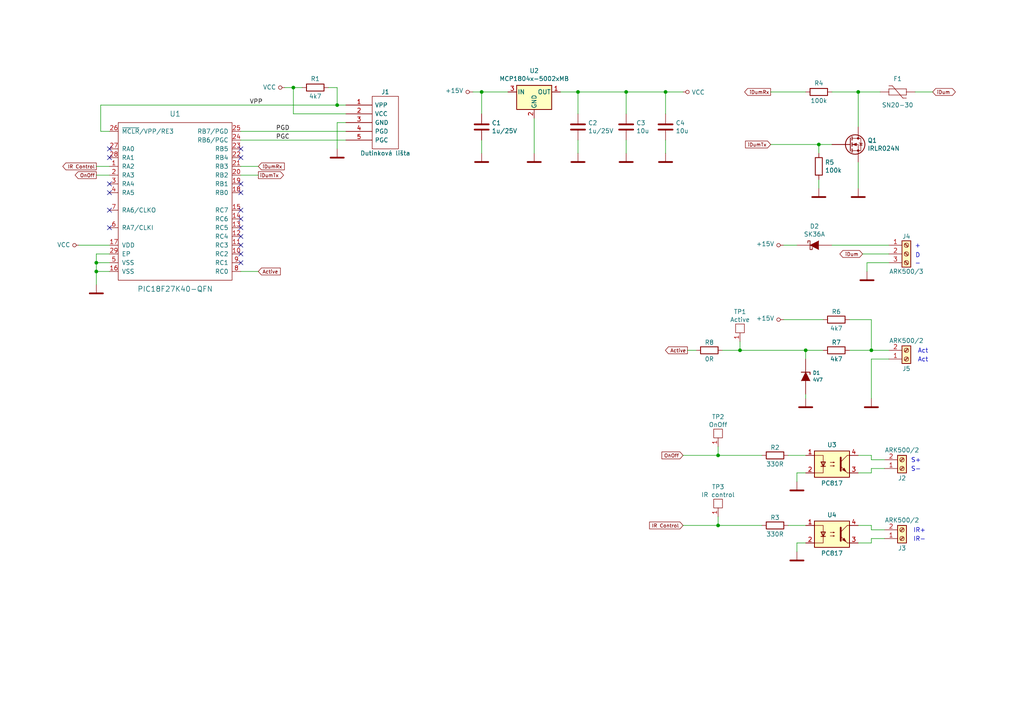
<source format=kicad_sch>
(kicad_sch (version 20250114) (generator "eeschema") (generator_version "9.0")
  (paper "A4")
  (title_block (title "Samsung AC IR - iDum interface") (date "2025-11-19") (rev "1"))
  (lib_symbols
    (symbol "Device:C" (pin_numbers (hide yes)) (pin_names (offset 0.254))
      (property "Reference" "C" (at 0.635 2.54 0))
      (property "Value" "C" (at 0.635 -2.54 0))
      (symbol "C_0_1"
        (polyline (pts (xy -2.032 0.762) (xy 2.032 0.762)) (stroke (width 0.508)))
        (polyline (pts (xy -2.032 -0.762) (xy 2.032 -0.762)) (stroke (width 0.508)))
      )
      (symbol "C_1_1"
        (pin passive line (at 0 3.81 270) (length 2.794) (name "~") (number "1"))
        (pin passive line (at 0 -3.81 90) (length 2.794) (name "~") (number "2"))
      )
    )
    (symbol "Device:R" (pin_numbers (hide yes)) (pin_names (offset 0))
      (property "Reference" "R" (at 2.032 0 90))
      (property "Value" "R" (at 0 0 90))
      (symbol "R_0_1"
        (rectangle (start -1.016 -2.54) (end 1.016 2.54) (stroke (width 0.254)))
      )
      (symbol "R_1_1"
        (pin passive line (at 0 3.81 270) (length 1.27) (name "~") (number "1"))
        (pin passive line (at 0 -3.81 90) (length 1.27) (name "~") (number "2"))
      )
    )
    (symbol "Diode_discrete:DIODESCH" (pin_numbers (hide yes)) (pin_names (offset 1.016) (hide yes))
      (property "Reference" "D" (at 0 2.54 0))
      (property "Value" "DIODESCH" (at 0 -2.54 0))
      (symbol "DIODESCH_0_1"
        (polyline (pts (xy -1.27 1.27) (xy 1.27 0) (xy -1.27 -1.27)) (fill (type outline)))
        (polyline (pts (xy 1.905 0.635) (xy 1.905 1.27) (xy 1.27 1.27) (xy 1.27 -1.27) (xy 0.635 -1.27) (xy 0.635 -0.635)) (stroke (width 0.2032)))
      )
      (symbol "DIODESCH_1_1"
        (pin passive line (at -5.08 0 0) (length 3.81) (name "A") (number "2"))
        (pin passive line (at 5.08 0 180) (length 3.81) (name "K") (number "1"))
      )
    )
    (symbol "Diode_discrete:Zener2" (pin_numbers (hide yes)) (pin_names (offset 1.016) (hide yes))
      (property "Reference" "D" (at 0 2.54 0))
      (property "Value" "Zener2" (at 0 -2.54 0))
      (symbol "Zener2_0_1"
        (polyline (pts (xy -1.27 1.27) (xy 1.27 0) (xy -1.27 -1.27)) (fill (type outline)))
        (polyline (pts (xy 0.635 -1.27) (xy 1.27 -1.27) (xy 1.27 1.27) (xy 1.27 1.27)) (stroke (width 0.254)))
      )
      (symbol "Zener2_1_1"
        (pin passive line (at -5.08 0 0) (length 3.81) (name "~") (number "2"))
        (pin passive line (at 5.08 0 180) (length 3.81) (name "~") (number "1"))
      )
    )
    (symbol "Isolator:PC817" (pin_names (offset 1.016))
      (property "Reference" "U" (at -5.08 5.08 0))
      (property "Value" "PC817" (at 0 5.08 0))
      (symbol "PC817_0_1"
        (rectangle (start -5.08 3.81) (end 5.08 -3.81) (stroke (width 0.254)) (fill (type background)))
        (polyline (pts (xy -5.08 2.54) (xy -2.54 2.54) (xy -2.54 -0.635)))
        (polyline (pts (xy -3.175 -0.635) (xy -1.905 -0.635)) (stroke (width 0.254)))
        (polyline (pts (xy -2.54 -0.635) (xy -2.54 -2.54) (xy -5.08 -2.54)))
        (polyline (pts (xy -2.54 -0.635) (xy -3.175 0.635) (xy -1.905 0.635) (xy -2.54 -0.635)) (stroke (width 0.254)))
        (polyline (pts (xy -0.508 0.508) (xy 0.762 0.508) (xy 0.381 0.381) (xy 0.381 0.635) (xy 0.762 0.508)))
        (polyline (pts (xy -0.508 -0.508) (xy 0.762 -0.508) (xy 0.381 -0.635) (xy 0.381 -0.381) (xy 0.762 -0.508)))
        (polyline (pts (xy 2.54 1.905) (xy 2.54 -1.905) (xy 2.54 -1.905)) (stroke (width 0.508)))
        (polyline (pts (xy 2.54 0.635) (xy 4.445 2.54)))
        (polyline (pts (xy 3.048 -1.651) (xy 3.556 -1.143) (xy 4.064 -2.159) (xy 3.048 -1.651) (xy 3.048 -1.651)) (fill (type outline)))
        (polyline (pts (xy 4.445 2.54) (xy 5.08 2.54)))
        (polyline (pts (xy 4.445 -2.54) (xy 2.54 -0.635)) (fill (type outline)))
        (polyline (pts (xy 4.445 -2.54) (xy 5.08 -2.54)))
      )
      (symbol "PC817_1_1"
        (pin passive line (at -7.62 2.54 0) (length 2.54) (name "~") (number "1"))
        (pin passive line (at -7.62 -2.54 0) (length 2.54) (name "~") (number "2"))
        (pin passive line (at 7.62 2.54 180) (length 2.54) (name "~") (number "4"))
        (pin passive line (at 7.62 -2.54 180) (length 2.54) (name "~") (number "3"))
      )
    )
    (symbol "Jumpers:TP2" (pin_names (offset 0.762) (hide yes))
      (property "Reference" "TP" (at 0 6.35 0))
      (property "Value" "TP2" (at 0 3.81 0))
      (symbol "TP2_0_1"
        (rectangle (start 1.27 0) (end -1.27 2.54))
      )
      (symbol "TP2_1_1"
        (pin passive line (at 0 -2.54 90) (length 2.54) (name "&1") (number "1"))
      )
    )
    (symbol "MICROCHIP2:PIC18F27K40-QFN" (pin_names (offset 1.016))
      (property "Reference" "U" (at 0 24.13 0))
      (property "Value" "PIC18F27K40-QFN" (at -1.27 -24.13 0))
      (symbol "PIC18F27K40-QFN_0_1"
        (rectangle (start -16.51 22.86) (end 16.51 -22.86))
      )
      (symbol "PIC18F27K40-QFN_1_1"
        (pin input line (at -19.05 20.32 0) (length 2.54) (name "~{MCLR}/VPP/RE3") (number "26"))
        (pin bidirectional line (at -19.05 15.24 0) (length 2.54) (name "RA0") (number "27"))
        (pin bidirectional line (at -19.05 12.7 0) (length 2.54) (name "RA1") (number "28"))
        (pin bidirectional line (at -19.05 10.16 0) (length 2.54) (name "RA2") (number "1"))
        (pin bidirectional line (at -19.05 7.62 0) (length 2.54) (name "RA3") (number "2"))
        (pin bidirectional line (at -19.05 5.08 0) (length 2.54) (name "RA4") (number "3"))
        (pin bidirectional line (at -19.05 2.54 0) (length 2.54) (name "RA5") (number "4"))
        (pin bidirectional line (at -19.05 -2.54 0) (length 2.54) (name "RA6/CLKO") (number "7"))
        (pin bidirectional line (at -19.05 -7.62 0) (length 2.54) (name "RA7/CLKI") (number "6"))
        (pin power_in line (at -19.05 -12.7 0) (length 2.54) (name "VDD") (number "17"))
        (pin power_in line (at -19.05 -15.24 0) (length 2.54) (name "EP") (number "29"))
        (pin power_in line (at -19.05 -17.78 0) (length 2.54) (name "VSS") (number "5"))
        (pin power_in line (at -19.05 -20.32 0) (length 2.54) (name "VSS") (number "16"))
        (pin bidirectional line (at 19.05 20.32 180) (length 2.54) (name "RB7/PGD") (number "25"))
        (pin bidirectional line (at 19.05 17.78 180) (length 2.54) (name "RB6/PGC") (number "24"))
        (pin bidirectional line (at 19.05 15.24 180) (length 2.54) (name "RB5") (number "23"))
        (pin bidirectional line (at 19.05 12.7 180) (length 2.54) (name "RB4") (number "22"))
        (pin bidirectional line (at 19.05 10.16 180) (length 2.54) (name "RB3") (number "21"))
        (pin bidirectional line (at 19.05 7.62 180) (length 2.54) (name "RB2") (number "20"))
        (pin bidirectional line (at 19.05 5.08 180) (length 2.54) (name "RB1") (number "19"))
        (pin bidirectional line (at 19.05 2.54 180) (length 2.54) (name "RB0") (number "18"))
        (pin bidirectional line (at 19.05 -2.54 180) (length 2.54) (name "RC7") (number "15"))
        (pin bidirectional line (at 19.05 -5.08 180) (length 2.54) (name "RC6") (number "14"))
        (pin bidirectional line (at 19.05 -7.62 180) (length 2.54) (name "RC5") (number "13"))
        (pin bidirectional line (at 19.05 -10.16 180) (length 2.54) (name "RC4") (number "12"))
        (pin bidirectional line (at 19.05 -12.7 180) (length 2.54) (name "RC3") (number "11"))
        (pin bidirectional line (at 19.05 -15.24 180) (length 2.54) (name "RC2") (number "10"))
        (pin bidirectional line (at 19.05 -17.78 180) (length 2.54) (name "RC1") (number "9"))
        (pin bidirectional line (at 19.05 -20.32 180) (length 2.54) (name "RC0") (number "8"))
      )
    )
    (symbol "Passive:PTC" (pin_numbers (hide yes)) (pin_names (offset 1.016) (hide yes))
      (property "Reference" "F" (at 0 2.7686 0))
      (property "Value" "PTC" (at 0 -3.302 0))
      (symbol "PTC_1_0"
        (polyline (pts (xy -2.54 -0.889) (xy -2.54 0.889)))
        (polyline (pts (xy -2.54 -0.889) (xy 2.54 -0.889)))
        (polyline (pts (xy -2.54 -1.778) (xy -1.524 -1.778)))
        (polyline (pts (xy -1.524 -1.778) (xy 1.524 1.778)))
        (polyline (pts (xy 1.524 1.778) (xy 2.54 1.778)))
        (polyline (pts (xy 2.54 0.889) (xy -2.54 0.889)))
        (polyline (pts (xy 2.54 -0.889) (xy 2.54 0.889)))
      )
      (symbol "PTC_1_1"
        (pin passive line (at -5.08 0 0) (length 2.54) (name "1") (number "1"))
        (pin passive line (at 5.08 0 180) (length 2.54) (name "2") (number "2"))
      )
    )
    (symbol "Regulator_Linear:MCP1804x-5002xMB" (pin_names (offset 0.254))
      (property "Reference" "U" (at -3.81 3.175 0))
      (property "Value" "MCP1804x-5002xMB" (at -0.635 3.175 0))
      (symbol "MCP1804x-5002xMB_0_1"
        (rectangle (start -5.08 1.905) (end 5.08 -5.08) (stroke (width 0.254)) (fill (type background)))
      )
      (symbol "MCP1804x-5002xMB_1_1"
        (pin power_in line (at -7.62 0 0) (length 2.54) (name "IN") (number "3"))
        (pin power_in line (at 0 -7.62 90) (length 2.54) (name "GND") (number "2"))
        (pin power_out line (at 7.62 0 180) (length 2.54) (name "OUT") (number "1"))
      )
    )
    (symbol "Transistor:MOSFET_N" (pin_numbers (hide yes)) (pin_names (offset 0) (hide yes))
      (property "Reference" "Q" (at 5.08 1.905 0))
      (property "Value" "MOSFET_N" (at 5.08 0 0))
      (symbol "MOSFET_N_0_1"
        (polyline (pts (xy 0.254 1.905) (xy 0.254 -1.905) (xy 0.254 -1.905)) (stroke (width 0.254)))
        (polyline (pts (xy 0.762 2.286) (xy 0.762 1.27)) (stroke (width 0.254)))
        (polyline (pts (xy 0.762 1.778) (xy 2.54 1.778)))
        (polyline (pts (xy 0.762 0.508) (xy 0.762 -0.508)) (stroke (width 0.254)))
        (polyline (pts (xy 0.762 0) (xy 2.54 0)))
        (polyline (pts (xy 0.762 -1.27) (xy 0.762 -2.286)) (stroke (width 0.254)))
        (polyline (pts (xy 0.762 -1.778) (xy 2.54 -1.778)))
        (polyline (pts (xy 1.016 0) (xy 2.032 0.381) (xy 2.032 -0.381) (xy 1.016 0)) (fill (type outline)))
        (circle (center 1.651 0) (radius 2.8194) (stroke (width 0.254)))
        (polyline (pts (xy 2.54 2.54) (xy 2.54 1.778)))
        (circle (center 2.54 1.778) (radius 0.2794) (fill (type outline)))
        (polyline (pts (xy 2.54 -1.778) (xy 2.54 0)))
        (polyline (pts (xy 2.54 -1.778) (xy 2.54 -2.54)))
        (polyline (pts (xy 2.54 -1.778) (xy 3.302 -1.778) (xy 3.302 1.778) (xy 2.54 1.778)))
        (circle (center 2.54 -1.778) (radius 0.2794) (fill (type outline)))
        (polyline (pts (xy 2.794 0.508) (xy 2.921 0.381) (xy 3.683 0.381) (xy 3.81 0.254)))
        (polyline (pts (xy 3.302 0.381) (xy 2.921 -0.254) (xy 3.683 -0.254) (xy 3.302 0.381)))
      )
      (symbol "MOSFET_N_1_1"
        (pin input line (at -5.08 0 0) (length 5.334) (name "G") (number "G"))
        (pin passive line (at 2.54 5.08 270) (length 2.54) (name "D") (number "D"))
        (pin passive line (at 2.54 -5.08 90) (length 2.54) (name "S") (number "S"))
      )
    )
    (symbol "conn:Screw_Terminal_01x02" (pin_names (offset 1.016) (hide yes))
      (property "Reference" "J" (at 0 2.54 0))
      (property "Value" "Screw_Terminal_01x02" (at 0 -5.08 0))
      (symbol "Screw_Terminal_01x02_1_1"
        (rectangle (start -1.27 1.27) (end 1.27 -3.81) (stroke (width 0.254)) (fill (type background)))
        (polyline (pts (xy -0.5334 0.3302) (xy 0.3302 -0.508)) (stroke (width 0.1524)))
        (polyline (pts (xy -0.5334 -2.2098) (xy 0.3302 -3.048)) (stroke (width 0.1524)))
        (polyline (pts (xy -0.3556 0.508) (xy 0.508 -0.3302)) (stroke (width 0.1524)))
        (polyline (pts (xy -0.3556 -2.032) (xy 0.508 -2.8702)) (stroke (width 0.1524)))
        (circle (center 0 0) (radius 0.635) (stroke (width 0.1524)))
        (circle (center 0 -2.54) (radius 0.635) (stroke (width 0.1524)))
        (pin passive line (at -5.08 0 0) (length 3.81) (name "Pin_1") (number "1"))
        (pin passive line (at -5.08 -2.54 0) (length 3.81) (name "Pin_2") (number "2"))
      )
    )
    (symbol "conn:Screw_Terminal_01x03" (pin_names (offset 1.016) (hide yes))
      (property "Reference" "J" (at 0 5.08 0))
      (property "Value" "Screw_Terminal_01x03" (at 0 -5.08 0))
      (symbol "Screw_Terminal_01x03_1_1"
        (rectangle (start -1.27 3.81) (end 1.27 -3.81) (stroke (width 0.254)) (fill (type background)))
        (polyline (pts (xy -0.5334 2.8702) (xy 0.3302 2.032)) (stroke (width 0.1524)))
        (polyline (pts (xy -0.5334 0.3302) (xy 0.3302 -0.508)) (stroke (width 0.1524)))
        (polyline (pts (xy -0.5334 -2.2098) (xy 0.3302 -3.048)) (stroke (width 0.1524)))
        (polyline (pts (xy -0.3556 3.048) (xy 0.508 2.2098)) (stroke (width 0.1524)))
        (polyline (pts (xy -0.3556 0.508) (xy 0.508 -0.3302)) (stroke (width 0.1524)))
        (polyline (pts (xy -0.3556 -2.032) (xy 0.508 -2.8702)) (stroke (width 0.1524)))
        (circle (center 0 2.54) (radius 0.635) (stroke (width 0.1524)))
        (circle (center 0 0) (radius 0.635) (stroke (width 0.1524)))
        (circle (center 0 -2.54) (radius 0.635) (stroke (width 0.1524)))
        (pin passive line (at -5.08 2.54 0) (length 3.81) (name "Pin_1") (number "1"))
        (pin passive line (at -5.08 0 0) (length 3.81) (name "Pin_2") (number "2"))
        (pin passive line (at -5.08 -2.54 0) (length 3.81) (name "Pin_3") (number "3"))
      )
    )
    (symbol "icsp:ICSP_PIC_CONN5" (pin_names (offset 0.762))
      (property "Reference" "J" (at -2.286 8.636 0))
      (property "Value" "ICSP_PIC_CONN5" (at 4.064 -9.144 0))
      (symbol "ICSP_PIC_CONN5_0_1"
        (rectangle (start -3.81 -7.62) (end 3.81 7.62))
      )
      (symbol "ICSP_PIC_CONN5_1_1"
        (pin passive line (at 11.43 5.08 180) (length 7.62) (name "VPP") (number "1"))
        (pin passive line (at 11.43 2.54 180) (length 7.62) (name "VCC") (number "2"))
        (pin passive line (at 11.43 0 180) (length 7.62) (name "GND") (number "3"))
        (pin passive line (at 11.43 -2.54 180) (length 7.62) (name "PGD") (number "4"))
        (pin passive line (at 11.43 -5.08 180) (length 7.62) (name "PGC") (number "5"))
      )
    )
    (symbol "power:+15V" (power) (pin_names (offset 0))
      (property "Value" "+15V" (at 0 3.302 0))
      (symbol "+15V_0_0"
        (pin power_in line (at 0 0 90) (length 0) (hide yes) (name "+15V") (number "1"))
      )
      (symbol "+15V_0_1"
        (circle (center 0 1.524) (radius 0.508))
        (polyline (pts (xy 0 0) (xy 0 1.016) (xy 0 1.016)))
      )
    )
    (symbol "power:GND" (power) (pin_names (offset 0))
      (symbol "GND_0_1"
        (polyline (pts (xy 0 0) (xy 0 -2.54)))
        (polyline (pts (xy 1.905 -2.54) (xy -1.905 -2.54)) (stroke (width 0.508)))
      )
      (symbol "GND_1_1"
        (pin power_in line (at 0 0 90) (length 0) (hide yes) (name "GND") (number "1"))
      )
    )
    (symbol "power:VCC" (power) (pin_names (offset 0))
      (property "Value" "VCC" (at 0 3.048 0))
      (symbol "VCC_0_0"
        (pin power_in line (at 0 0 90) (length 0) (hide yes) (name "VCC") (number "1"))
      )
      (symbol "VCC_0_1"
        (circle (center 0 1.27) (radius 0.508))
        (polyline (pts (xy 0 0) (xy 0 0.762) (xy 0 0.762)))
      )
    )
  )
  (text "+" (at 266.192 71.374 0) (effects (font (size 1.27 1.27))))
  (text "IR-" (at 266.7 156.464 0) (effects (font (size 1.27 1.27))))
  (text "IR+" (at 266.7 153.924 0) (effects (font (size 1.27 1.27))))
  (text "-" (at 266.192 76.454 0) (effects (font (size 1.27 1.27))))
  (text "Act" (at 267.716 101.854 0) (effects (font (size 1.27 1.27))))
  (text "S+" (at 265.684 133.604 0) (effects (font (size 1.27 1.27))))
  (text "S-" (at 265.684 136.144 0) (effects (font (size 1.27 1.27))))
  (text "D" (at 266.192 74.168 0) (effects (font (size 1.27 1.27))))
  (text "Act" (at 267.716 104.394 0) (effects (font (size 1.27 1.27))))
  (junction (at 233.68 101.6))
  (junction (at 167.64 26.67))
  (junction (at 193.04 26.67))
  (junction (at 85.09 25.4))
  (junction (at 248.92 26.67))
  (junction (at 214.63 101.6))
  (junction (at 252.73 101.6))
  (junction (at 208.28 152.4))
  (junction (at 27.94 76.2))
  (junction (at 181.61 26.67))
  (junction (at 237.49 41.91))
  (junction (at 208.28 132.08))
  (junction (at 27.94 78.74))
  (junction (at 97.79 30.48))
  (junction (at 139.7 26.67))
  (no_connect (at 69.85 63.5))
  (no_connect (at 31.75 45.72))
  (no_connect (at 69.85 53.34))
  (no_connect (at 69.85 66.04))
  (no_connect (at 31.75 66.04))
  (no_connect (at 69.85 60.96))
  (no_connect (at 69.85 43.18))
  (no_connect (at 31.75 55.88))
  (no_connect (at 31.75 60.96))
  (no_connect (at 69.85 76.2))
  (no_connect (at 69.85 73.66))
  (no_connect (at 69.85 68.58))
  (no_connect (at 69.85 55.88))
  (no_connect (at 69.85 71.12))
  (no_connect (at 31.75 53.34))
  (no_connect (at 69.85 45.72))
  (no_connect (at 31.75 43.18))
  (wire (pts (xy 252.73 101.6) (xy 257.81 101.6)))
  (wire (pts (xy 231.14 157.48) (xy 231.14 160.02)))
  (wire (pts (xy 154.94 44.45) (xy 154.94 34.29)))
  (wire (pts (xy 198.12 132.08) (xy 208.28 132.08)))
  (wire (pts (xy 257.81 104.14) (xy 252.73 104.14)))
  (wire (pts (xy 167.64 40.64) (xy 167.64 44.45)))
  (wire (pts (xy 29.21 30.48) (xy 29.21 38.1)))
  (wire (pts (xy 193.04 44.45) (xy 193.04 40.64)))
  (wire (pts (xy 246.38 92.71) (xy 252.73 92.71)))
  (wire (pts (xy 199.39 101.6) (xy 201.93 101.6)))
  (wire (pts (xy 237.49 52.07) (xy 237.49 54.61)))
  (wire (pts (xy 252.73 156.21) (xy 256.54 156.21)))
  (wire (pts (xy 85.09 25.4) (xy 87.63 25.4)))
  (wire (pts (xy 214.63 101.6) (xy 233.68 101.6)))
  (wire (pts (xy 27.94 73.66) (xy 27.94 76.2)))
  (wire (pts (xy 193.04 26.67) (xy 198.12 26.67)))
  (wire (pts (xy 22.86 71.12) (xy 31.75 71.12)))
  (wire (pts (xy 248.92 137.16) (xy 252.73 137.16)))
  (wire (pts (xy 198.12 152.4) (xy 208.28 152.4)))
  (wire (pts (xy 248.92 26.67) (xy 255.27 26.67)))
  (wire (pts (xy 137.16 26.67) (xy 139.7 26.67)))
  (wire (pts (xy 27.94 73.66) (xy 31.75 73.66)))
  (wire (pts (xy 252.73 132.08) (xy 248.92 132.08)))
  (wire (pts (xy 181.61 44.45) (xy 181.61 40.64)))
  (wire (pts (xy 231.14 137.16) (xy 231.14 139.7)))
  (wire (pts (xy 208.28 152.4) (xy 220.98 152.4)))
  (wire (pts (xy 181.61 26.67) (xy 181.61 33.02)))
  (wire (pts (xy 162.56 26.67) (xy 167.64 26.67)))
  (wire (pts (xy 29.21 38.1) (xy 31.75 38.1)))
  (wire (pts (xy 69.85 48.26) (xy 74.93 48.26)))
  (wire (pts (xy 252.73 152.4) (xy 248.92 152.4)))
  (wire (pts (xy 69.85 78.74) (xy 74.93 78.74)))
  (wire (pts (xy 208.28 132.08) (xy 220.98 132.08)))
  (wire (pts (xy 208.28 149.86) (xy 208.28 152.4)))
  (wire (pts (xy 167.64 26.67) (xy 167.64 33.02)))
  (wire (pts (xy 223.52 41.91) (xy 237.49 41.91)))
  (wire (pts (xy 27.94 78.74) (xy 27.94 82.55)))
  (wire (pts (xy 228.6 152.4) (xy 233.68 152.4)))
  (wire (pts (xy 241.3 26.67) (xy 248.92 26.67)))
  (wire (pts (xy 246.38 101.6) (xy 252.73 101.6)))
  (wire (pts (xy 227.33 92.71) (xy 238.76 92.71)))
  (wire (pts (xy 248.92 157.48) (xy 252.73 157.48)))
  (wire (pts (xy 237.49 41.91) (xy 241.3 41.91)))
  (wire (pts (xy 252.73 135.89) (xy 256.54 135.89)))
  (wire (pts (xy 167.64 26.67) (xy 181.61 26.67)))
  (wire (pts (xy 251.46 78.74) (xy 251.46 76.2)))
  (wire (pts (xy 250.19 73.66) (xy 257.81 73.66)))
  (wire (pts (xy 233.68 114.3) (xy 233.68 115.57)))
  (wire (pts (xy 252.73 133.35) (xy 252.73 132.08)))
  (wire (pts (xy 97.79 25.4) (xy 97.79 30.48)))
  (wire (pts (xy 139.7 26.67) (xy 147.32 26.67)))
  (wire (pts (xy 214.63 101.6) (xy 209.55 101.6)))
  (wire (pts (xy 29.21 30.48) (xy 97.79 30.48)))
  (wire (pts (xy 256.54 133.35) (xy 252.73 133.35)))
  (wire (pts (xy 97.79 30.48) (xy 100.33 30.48)))
  (wire (pts (xy 181.61 26.67) (xy 193.04 26.67)))
  (wire (pts (xy 85.09 25.4) (xy 85.09 33.02)))
  (wire (pts (xy 256.54 153.67) (xy 252.73 153.67)))
  (wire (pts (xy 100.33 40.64) (xy 69.85 40.64)))
  (wire (pts (xy 97.79 43.18) (xy 97.79 35.56)))
  (wire (pts (xy 252.73 137.16) (xy 252.73 135.89)))
  (wire (pts (xy 27.94 48.26) (xy 31.75 48.26)))
  (wire (pts (xy 139.7 40.64) (xy 139.7 44.45)))
  (wire (pts (xy 233.68 157.48) (xy 231.14 157.48)))
  (wire (pts (xy 27.94 78.74) (xy 31.75 78.74)))
  (wire (pts (xy 27.94 76.2) (xy 31.75 76.2)))
  (wire (pts (xy 248.92 26.67) (xy 248.92 36.83)))
  (wire (pts (xy 270.51 26.67) (xy 265.43 26.67)))
  (wire (pts (xy 233.68 137.16) (xy 231.14 137.16)))
  (wire (pts (xy 228.6 132.08) (xy 233.68 132.08)))
  (wire (pts (xy 233.68 101.6) (xy 233.68 104.14)))
  (wire (pts (xy 252.73 104.14) (xy 252.73 115.57)))
  (wire (pts (xy 97.79 35.56) (xy 100.33 35.56)))
  (wire (pts (xy 257.81 71.12) (xy 241.3 71.12)))
  (wire (pts (xy 252.73 153.67) (xy 252.73 152.4)))
  (wire (pts (xy 227.33 71.12) (xy 231.14 71.12)))
  (wire (pts (xy 85.09 33.02) (xy 100.33 33.02)))
  (wire (pts (xy 252.73 92.71) (xy 252.73 101.6)))
  (wire (pts (xy 252.73 157.48) (xy 252.73 156.21)))
  (wire (pts (xy 214.63 99.06) (xy 214.63 101.6)))
  (wire (pts (xy 237.49 41.91) (xy 237.49 44.45)))
  (wire (pts (xy 251.46 76.2) (xy 257.81 76.2)))
  (wire (pts (xy 27.94 50.8) (xy 31.75 50.8)))
  (wire (pts (xy 233.68 26.67) (xy 223.52 26.67)))
  (wire (pts (xy 95.25 25.4) (xy 97.79 25.4)))
  (wire (pts (xy 193.04 26.67) (xy 193.04 33.02)))
  (wire (pts (xy 74.93 50.8) (xy 69.85 50.8)))
  (wire (pts (xy 27.94 76.2) (xy 27.94 78.74)))
  (wire (pts (xy 248.92 54.61) (xy 248.92 46.99)))
  (wire (pts (xy 82.55 25.4) (xy 85.09 25.4)))
  (wire (pts (xy 69.85 38.1) (xy 100.33 38.1)))
  (wire (pts (xy 139.7 26.67) (xy 139.7 33.02)))
  (wire (pts (xy 208.28 129.54) (xy 208.28 132.08)))
  (wire (pts (xy 233.68 101.6) (xy 238.76 101.6)))
  (label "PGD" (at 80.01 38.1 0))
  (label "PGC" (at 80.01 40.64 0))
  (label "VPP" (at 72.39 30.48 0))
  (global_label "iDumRx" (shape input) (at 74.93 48.26 0) (effects (font (size 1.016 1.016))) (property "Intersheetrefs" "${INTERSHEET_REFS}" (effects (hide yes))))
  (global_label "Active" (shape input) (at 74.93 78.74 0) (effects (font (size 1.016 1.016))) (property "Intersheetrefs" "${INTERSHEET_REFS}" (effects (hide yes))))
  (global_label "iDum" (shape bidirectional) (at 270.51 26.67 0) (effects (font (size 1.016 1.016))) (property "Intersheetrefs" "${INTERSHEET_REFS}" (effects (hide yes))))
  (global_label "iDumTx" (shape output) (at 74.93 50.8 0) (effects (font (size 1.016 1.016))) (property "Intersheetrefs" "${INTERSHEET_REFS}" (effects (hide yes))))
  (global_label "iDumTx" (shape input) (at 223.52 41.91 180) (effects (font (size 1.016 1.016))) (property "Intersheetrefs" "${INTERSHEET_REFS}" (effects (hide yes))))
  (global_label "Active" (shape output) (at 199.39 101.6 180) (effects (font (size 1.016 1.016))) (property "Intersheetrefs" "${INTERSHEET_REFS}" (effects (hide yes))))
  (global_label "iDum" (shape bidirectional) (at 250.19 73.66 180) (effects (font (size 1.016 1.016))) (property "Intersheetrefs" "${INTERSHEET_REFS}" (effects (hide yes))))
  (global_label "OnOff" (shape output) (at 27.94 50.8 180) (effects (font (size 1.016 1.016))) (property "Intersheetrefs" "${INTERSHEET_REFS}" (effects (hide yes))))
  (global_label "IR Control" (shape output) (at 27.94 48.26 180) (effects (font (size 1.016 1.016))) (property "Intersheetrefs" "${INTERSHEET_REFS}" (effects (hide yes))))
  (global_label "OnOff" (shape input) (at 198.12 132.08 180) (effects (font (size 1.016 1.016))) (property "Intersheetrefs" "${INTERSHEET_REFS}" (effects (hide yes))))
  (global_label "iDumRx" (shape output) (at 223.52 26.67 180) (effects (font (size 1.016 1.016))) (property "Intersheetrefs" "${INTERSHEET_REFS}" (effects (hide yes))))
  (global_label "IR Control" (shape input) (at 198.12 152.4 180) (effects (font (size 1.016 1.016))) (property "Intersheetrefs" "${INTERSHEET_REFS}" (effects (hide yes))))
  (symbol (lib_id "Transistor:MOSFET_N") (at 246.38 41.91 0) (unit 1)
    (property "Reference" "Q1" (at 251.6124 40.7416 0) (effects (justify left)))
    (property "Value" "IRLR024N" (at 251.6124 43.053 0) (effects (justify left)))
    (property "Footprint" "M-SM:DPAKGDS" (effects (hide yes)))
  )
  (symbol (lib_id "Device:R") (at 237.49 48.26 0) (unit 1)
    (property "Reference" "R5" (at 239.268 47.0916 0) (effects (justify left)))
    (property "Value" "100k" (at 239.268 49.403 0) (effects (justify left)))
    (property "Footprint" "Resistor_SMD:R_0805_2012Metric" (effects (hide yes)))
  )
  (symbol (lib_id "Device:R") (at 237.49 26.67 90) (mirror x) (unit 1)
    (property "Reference" "R4" (at 237.49 24.13 90))
    (property "Value" "100k" (at 237.49 29.21 90))
    (property "Footprint" "Resistor_SMD:R_0805_2012Metric" (effects (hide yes)))
  )
  (symbol (lib_id "power:GND") (at 237.49 54.61 0) (mirror y) (unit 1)
    (property "Reference" "#PWR017" (effects (hide yes)))
    (property "Value" "GND" (effects (hide yes)))
  )
  (symbol (lib_id "power:GND") (at 248.92 54.61 0) (mirror y) (unit 1)
    (property "Reference" "#PWR019" (effects (hide yes)))
    (property "Value" "GND" (effects (hide yes)))
  )
  (symbol (lib_id "MICROCHIP2:PIC18F27K40-QFN") (at 50.8 58.42 0) (unit 1)
    (property "Reference" "U1" (at 50.8 33.02 0) (effects (font (size 1.524 1.524))))
    (property "Value" "PIC18F27K40-QFN" (at 50.8 83.82 0) (effects (font (size 1.524 1.524))))
    (property "Footprint" "Package_DFN_QFN:QFN-PIC18F27K40" (effects (hide yes)))
  )
  (symbol (lib_id "icsp:ICSP_PIC_CONN5") (at 111.76 35.56 0) (mirror y) (unit 1)
    (property "Reference" "J1" (at 111.76 26.67 0))
    (property "Value" "Dutinková lišta" (at 111.76 44.45 0))
    (property "Footprint" "Connector_PinSocket_2.54mm:PinSocket_1x05_P2.54mm_Vertical" (effects (hide yes)))
  )
  (symbol (lib_id "power:VCC") (at 82.55 25.4 90) (unit 1)
    (property "Reference" "#PWR03" (effects (hide yes)))
    (property "Value" "VCC" (at 80.0862 25.2984 90) (effects (justify left)))
  )
  (symbol (lib_id "Device:R") (at 91.44 25.4 270) (unit 1)
    (property "Reference" "R1" (at 91.44 22.86 90))
    (property "Value" "4k7" (at 91.44 27.94 90))
    (property "Footprint" "Resistor_SMD:R_0805_2012Metric" (effects (hide yes)))
  )
  (symbol (lib_id "Passive:PTC") (at 260.35 26.67 0) (mirror y) (unit 1)
    (property "Reference" "F1" (at 260.35 22.86 0))
    (property "Value" "SN20-30" (at 260.35 30.48 0))
    (property "Footprint" "Fuse:PTC_SMD1206" (effects (hide yes)))
  )
  (symbol (lib_id "power:GND") (at 97.79 43.18 0) (unit 1)
    (property "Reference" "#PWR04" (effects (hide yes)))
    (property "Value" "GND" (effects (hide yes)))
  )
  (symbol (lib_id "power:GND") (at 27.94 82.55 0) (unit 1)
    (property "Reference" "#PWR02" (effects (hide yes)))
    (property "Value" "GND" (effects (hide yes)))
  )
  (symbol (lib_id "power:VCC") (at 22.86 71.12 90) (unit 1)
    (property "Reference" "#PWR01" (effects (hide yes)))
    (property "Value" "VCC" (at 20.3962 71.0184 90) (effects (justify left)))
  )
  (symbol (lib_id "Diode_discrete:DIODESCH") (at 236.22 71.12 0) (mirror y) (unit 1)
    (property "Reference" "D2" (at 236.22 65.6336 0))
    (property "Value" "SK36A" (at 236.22 67.945 0))
    (property "Footprint" "Diode_SMD:D_SMA_Handsoldering" (effects (hide yes)))
  )
  (symbol (lib_id "conn:Screw_Terminal_01x03") (at 262.89 73.66 0) (unit 1)
    (property "Reference" "J4" (at 262.89 68.58 0))
    (property "Value" "ARK500/3" (at 262.89 78.74 0))
    (property "Footprint" "TerminalBlock_Degson:DG301-5.0-3-LargePads" (effects (hide yes)))
  )
  (symbol (lib_id "power:+15V") (at 227.33 71.12 90) (unit 1)
    (property "Reference" "#PWR012" (effects (hide yes)))
    (property "Value" "+15V" (at 224.5868 70.739 90) (effects (justify left)))
  )
  (symbol (lib_id "power:GND") (at 251.46 78.74 0) (unit 1)
    (property "Reference" "#PWR018" (effects (hide yes)))
    (property "Value" "GND" (effects (hide yes)))
  )
  (symbol (lib_id "Regulator_Linear:MCP1804x-5002xMB") (at 154.94 26.67 0) (unit 1)
    (property "Reference" "U2" (at 154.94 20.5232 0))
    (property "Value" "MCP1804x-5002xMB" (at 154.94 22.8346 0))
    (property "Footprint" "Package_TO_SOT_SMD:SOT-89-3" (effects (hide yes)))
    (property "Datasheet" "http://ww1.microchip.com/downloads/en/DeviceDoc/20002200D.pdf" (effects (hide yes)))
  )
  (symbol (lib_id "power:+15V") (at 137.16 26.67 90) (unit 1)
    (property "Reference" "#PWR05" (effects (hide yes)))
    (property "Value" "+15V" (at 134.4168 26.289 90) (effects (justify left)))
  )
  (symbol (lib_id "Device:C") (at 139.7 36.83 0) (unit 1)
    (property "Reference" "C1" (at 142.621 35.6616 0) (effects (justify left)))
    (property "Value" "1u/25V" (at 142.621 37.973 0) (effects (justify left)))
    (property "Footprint" "Capacitor_SMD:C_0805_2012Metric" (effects (hide yes)))
  )
  (symbol (lib_id "Device:C") (at 167.64 36.83 0) (unit 1)
    (property "Reference" "C2" (at 170.561 35.6616 0) (effects (justify left)))
    (property "Value" "1u/25V" (at 170.561 37.973 0) (effects (justify left)))
    (property "Footprint" "Capacitor_SMD:C_0805_2012Metric" (effects (hide yes)))
  )
  (symbol (lib_id "Device:C") (at 181.61 36.83 0) (unit 1)
    (property "Reference" "C3" (at 184.531 35.6616 0) (effects (justify left)))
    (property "Value" "10u" (at 184.531 37.973 0) (effects (justify left)))
    (property "Footprint" "Capacitor_SMD:C_0805_2012Metric" (effects (hide yes)))
  )
  (symbol (lib_id "power:VCC") (at 198.12 26.67 270) (unit 1)
    (property "Reference" "#PWR011" (effects (hide yes)))
    (property "Value" "VCC" (at 200.5838 26.7716 90) (effects (justify left)))
  )
  (symbol (lib_id "power:GND") (at 139.7 44.45 0) (unit 1)
    (property "Reference" "#PWR06" (effects (hide yes)))
    (property "Value" "GND" (effects (hide yes)))
  )
  (symbol (lib_id "power:GND") (at 154.94 44.45 0) (unit 1)
    (property "Reference" "#PWR07" (effects (hide yes)))
    (property "Value" "GND" (effects (hide yes)))
  )
  (symbol (lib_id "power:GND") (at 167.64 44.45 0) (unit 1)
    (property "Reference" "#PWR08" (effects (hide yes)))
    (property "Value" "GND" (effects (hide yes)))
  )
  (symbol (lib_id "power:GND") (at 181.61 44.45 0) (unit 1)
    (property "Reference" "#PWR09" (effects (hide yes)))
    (property "Value" "GND" (effects (hide yes)))
  )
  (symbol (lib_id "Device:C") (at 193.04 36.83 0) (unit 1)
    (property "Reference" "C4" (at 195.961 35.6616 0) (effects (justify left)))
    (property "Value" "10u" (at 195.961 37.973 0) (effects (justify left)))
    (property "Footprint" "Capacitor_SMD:C_0805_2012Metric" (effects (hide yes)))
  )
  (symbol (lib_id "power:GND") (at 193.04 44.45 0) (unit 1)
    (property "Reference" "#PWR010" (effects (hide yes)))
    (property "Value" "GND" (effects (hide yes)))
  )
  (symbol (lib_id "conn:Screw_Terminal_01x02") (at 261.62 135.89 0) (mirror x) (unit 1)
    (property "Reference" "J2" (at 261.62 138.684 0))
    (property "Value" "ARK500/2" (at 261.62 130.556 0))
    (property "Footprint" "TerminalBlock_Degson:DG301-5.0-2-LargePads" (effects (hide yes)))
    (property "Description" "Generic screw terminal, single row, 01x02" (effects (hide yes)))
  )
  (symbol (lib_id "Device:R") (at 242.57 92.71 90) (unit 1)
    (property "Reference" "R6" (at 242.57 90.424 90))
    (property "Value" "4k7" (at 242.57 95.25 90))
    (property "Footprint" "Resistor_SMD:R_0805_2012Metric" (effects (hide yes)))
    (property "Description" "Resistor" (effects (hide yes)))
  )
  (symbol (lib_id "Jumpers:TP2") (at 208.28 147.32 0) (unit 1)
    (property "Reference" "TP3" (at 208.28 141.224 0))
    (property "Value" "IR control" (at 208.28 143.51 0))
    (property "Footprint" "M-Mechan:TP2" (effects (hide yes)))
  )
  (symbol (lib_id "power:GND") (at 252.73 115.57 0) (unit 1)
    (property "Reference" "#PWR020" (effects (hide yes)))
    (property "Value" "GND" (effects (hide yes)))
  )
  (symbol (lib_id "Isolator:PC817") (at 241.3 154.94 0) (unit 1)
    (property "Reference" "U4" (at 241.3 149.352 0))
    (property "Value" "PC817" (at 241.3 160.4702 0))
    (property "Footprint" "M-Opto:PC817" (effects (hide yes)))
    (property "Datasheet" "http://www.soselectronic.cz/a_info/resource/d/pc817.pdf" (effects (hide yes)))
    (property "Description" "DC Optocoupler, Vce 35V, CTR 50-300%, DIP-4" (effects (hide yes)))
  )
  (symbol (lib_id "power:+15V") (at 227.33 92.71 90) (unit 1)
    (property "Reference" "#PWR013" (effects (hide yes)))
    (property "Value" "+15V" (at 224.5868 92.329 90) (effects (justify left)))
  )
  (symbol (lib_id "Diode_discrete:Zener2") (at 233.68 109.22 90) (unit 1)
    (property "Reference" "D1" (at 235.712 108.1487 90) (effects (font (size 1.016 1.016)) (justify right)))
    (property "Value" "4V7" (at 235.712 110.1642 90) (effects (font (size 1.016 1.016)) (justify right)))
    (property "Footprint" "Diode_SMD:D_MiniMELF" (effects (hide yes)))
  )
  (symbol (lib_id "Device:R") (at 224.79 132.08 90) (unit 1)
    (property "Reference" "R2" (at 224.79 129.794 90))
    (property "Value" "330R" (at 224.79 134.62 90))
    (property "Footprint" "Resistor_SMD:R_0805_2012Metric" (effects (hide yes)))
    (property "Description" "Resistor" (effects (hide yes)))
  )
  (symbol (lib_id "Device:R") (at 242.57 101.6 90) (unit 1)
    (property "Reference" "R7" (at 242.57 99.314 90))
    (property "Value" "4k7" (at 242.57 104.14 90))
    (property "Footprint" "Resistor_SMD:R_0805_2012Metric" (effects (hide yes)))
    (property "Description" "Resistor" (effects (hide yes)))
  )
  (symbol (lib_id "power:GND") (at 233.68 115.57 0) (unit 1)
    (property "Reference" "#PWR016" (effects (hide yes)))
    (property "Value" "GND" (effects (hide yes)))
  )
  (symbol (lib_id "power:GND") (at 231.14 139.7 0) (unit 1)
    (property "Reference" "#PWR014" (effects (hide yes)))
    (property "Value" "GND" (effects (hide yes)))
  )
  (symbol (lib_id "Device:R") (at 205.74 101.6 90) (unit 1)
    (property "Reference" "R8" (at 205.74 99.314 90))
    (property "Value" "0R" (at 205.74 104.14 90))
    (property "Footprint" "Resistor_SMD:R_0805_2012Metric" (effects (hide yes)))
    (property "Description" "Resistor" (effects (hide yes)))
  )
  (symbol (lib_id "Jumpers:TP2") (at 214.63 96.52 0) (unit 1)
    (property "Reference" "TP1" (at 214.63 90.424 0))
    (property "Value" "Active" (at 214.63 92.71 0))
    (property "Footprint" "M-Mechan:TP2" (effects (hide yes)))
  )
  (symbol (lib_id "Device:R") (at 224.79 152.4 90) (unit 1)
    (property "Reference" "R3" (at 224.79 150.114 90))
    (property "Value" "330R" (at 224.79 154.94 90))
    (property "Footprint" "Resistor_SMD:R_0805_2012Metric" (effects (hide yes)))
    (property "Description" "Resistor" (effects (hide yes)))
  )
  (symbol (lib_id "power:GND") (at 231.14 160.02 0) (unit 1)
    (property "Reference" "#PWR015" (effects (hide yes)))
    (property "Value" "GND" (effects (hide yes)))
  )
  (symbol (lib_id "conn:Screw_Terminal_01x02") (at 261.62 156.21 0) (mirror x) (unit 1)
    (property "Reference" "J3" (at 261.62 159.004 0))
    (property "Value" "ARK500/2" (at 261.62 150.876 0))
    (property "Footprint" "TerminalBlock_Degson:DG301-5.0-2-LargePads" (effects (hide yes)))
    (property "Description" "Generic screw terminal, single row, 01x02" (effects (hide yes)))
  )
  (symbol (lib_id "Isolator:PC817") (at 241.3 134.62 0) (unit 1)
    (property "Reference" "U3" (at 241.3 129.032 0))
    (property "Value" "PC817" (at 241.3 140.1502 0))
    (property "Footprint" "M-Opto:PC817" (effects (hide yes)))
    (property "Datasheet" "http://www.soselectronic.cz/a_info/resource/d/pc817.pdf" (effects (hide yes)))
    (property "Description" "DC Optocoupler, Vce 35V, CTR 50-300%, DIP-4" (effects (hide yes)))
  )
  (symbol (lib_id "Jumpers:TP2") (at 208.28 127 0) (unit 1)
    (property "Reference" "TP2" (at 208.28 120.904 0))
    (property "Value" "OnOff" (at 208.28 123.19 0))
    (property "Footprint" "M-Mechan:TP2" (effects (hide yes)))
  )
  (symbol (lib_id "conn:Screw_Terminal_01x02") (at 262.89 104.14 0) (mirror x) (unit 1)
    (property "Reference" "J5" (at 262.89 106.934 0))
    (property "Value" "ARK500/2" (at 262.89 98.806 0))
    (property "Footprint" "TerminalBlock_Degson:DG301-5.0-2-LargePads" (effects (hide yes)))
    (property "Description" "Generic screw terminal, single row, 01x02" (effects (hide yes)))
  )
)
</source>
